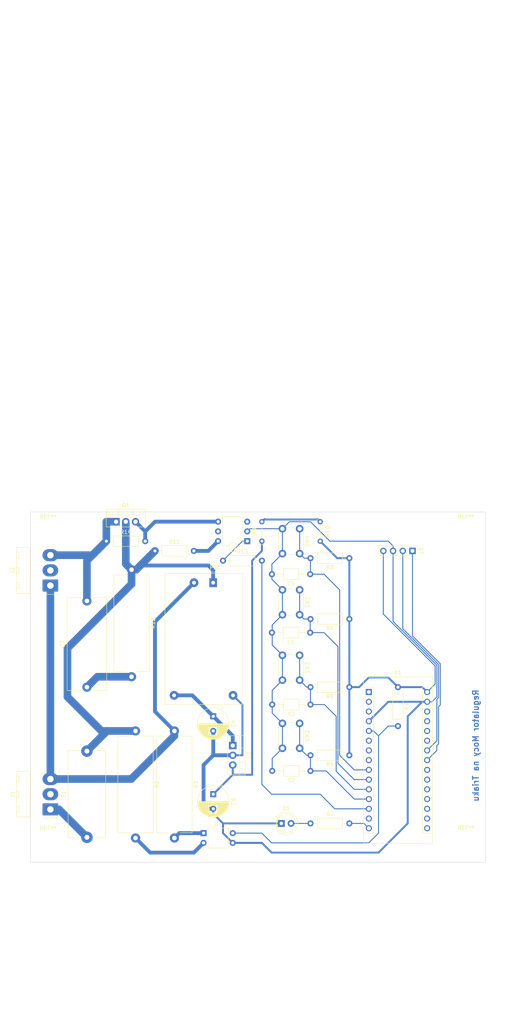
<source format=kicad_pcb>
(kicad_pcb (version 20211014) (generator pcbnew)
  (layers (0 "F.Cu" signal) (31 "B.Cu" signal) (34 "B.Paste" user) (35 "F.Paste" user) (36 "B.SilkS" user "B.Silkscreen") (37 "F.SilkS" user "F.Silkscreen") (38 "B.Mask" user) (39 "F.Mask" user) (44 "Edge.Cuts" user))
  (net 0 "")
  (net 4 "GND")
  (net 5 "Opto")
  (net 9 "x")
  (net 10 "push up")
  (net 11 "save")
  (net 12 "push dwn")
  (net 13 "Tyr")
  (net 22 "A4")
  (net 23 "A5")
  (net 28 "+5V")
  (net 29 "Net-(C4-Pad1)")
  (net 30 "Net-(C6-Pad1)")
  (net 31 "Net-(D1-Pad2)")
  (net 32 "Net-(F1-Pad1)")
  (net 33 "Net-(F1-Pad2)")
  (net 36 "Net-(Q1-Pad3)")
  (net 37 "Net-(R3-Pad2)")
  (net 40 "D12")
  (net 41 "Net-(C7-Pad1)")
  (net 42 "Net-(J1-Pad3)")
  (net 43 "Net-(C7-Pad2)")
  (net 44 "Net-(R2-Pad2)")
  (net 45 "Net-(R10-Pad1)")
  (net 46 "Net-(R11-Pad2)")
  (net 47 "Net-(R13-Pad1)")
  (footprint "Connector_PinHeader_2.54mm:PinHeader_1x04_P2.54mm_Vertical" (layer "F.Cu") (at 138.42 38.1 -90)
    (fp_text reference "J3" (at 0 -2.33 90) (layer "F.SilkS"))
    (fp_text value "Conn_01x04_Female")
    (pad "1" thru_hole rect (at 0 0 270) (size 1.7 1.7) (drill 1) (layers *.Cu *.Mask) (net 22 "A4"))
    (pad "2" thru_hole oval (at 0 2.54 270) (size 1.7 1.7) (drill 1) (layers *.Cu *.Mask) (net 23 "A5"))
    (pad "3" thru_hole oval (at 0 5.08 270) (size 1.7 1.7) (drill 1) (layers *.Cu *.Mask) (net 4 "GND"))
    (pad "4" thru_hole oval (at 0 7.62 270) (size 1.7 1.7) (drill 1) (layers *.Cu *.Mask) (net 28 "+5V"))
  )
  (footprint "Resistor_THT:R_Axial_DIN0207_L6.3mm_D2.5mm_P10.16mm_Horizontal" (layer "F.Cu") (at 58.42 35.56)
    (fp_text reference "R14" (at 5.08 -2.37) (layer "F.SilkS"))
    (fp_text value "330")
    (pad "1" thru_hole circle (at 0 0) (size 1.6 1.6) (drill 0.8) (layers *.Cu *.Mask) (net 43 "Net-(C7-Pad2)"))
    (pad "2" thru_hole oval (at 10.16 0) (size 1.6 1.6) (drill 0.8) (layers *.Cu *.Mask) (net 36 "Net-(Q1-Pad3)"))
  )
  (footprint "Resistor_THT:R_Axial_DIN0204_L3.6mm_D1.6mm_P5.08mm_Vertical" (layer "F.Cu") (at 114.3 30.48 -90)
    (fp_text reference "R10" (at 2.54 -1.92 90) (layer "F.SilkS"))
    (fp_text value "zworka")
    (pad "1" thru_hole circle (at 0 0 270) (size 1.4 1.4) (drill 0.7) (layers *.Cu *.Mask) (net 45 "Net-(R10-Pad1)"))
    (pad "2" thru_hole oval (at 5.08 0 270) (size 1.4 1.4) (drill 0.7) (layers *.Cu *.Mask) (net 28 "+5V"))
  )
  (footprint "Resistor_THT:R_Axial_Power_L25.0mm_W9.0mm_P27.94mm" (layer "F.Cu") (at 65 43 -90)
    (fp_text reference "R12" (at 13.97 -5.62 90) (layer "F.SilkS"))
    (fp_text value "39")
    (pad "1" thru_hole circle (at 0 0 270) (size 2.4 2.4) (drill 1.2) (layers *.Cu *.Mask) (net 33 "Net-(F1-Pad2)"))
    (pad "2" thru_hole oval (at 27.94 0 270) (size 2.4 2.4) (drill 1.2) (layers *.Cu *.Mask) (net 41 "Net-(C7-Pad1)"))
  )
  (footprint "Resistor_THT:R_Axial_DIN0207_L6.3mm_D2.5mm_P10.16mm_Horizontal" (layer "F.Cu") (at 121.92 55.88 180)
    (fp_text reference "R1" (at 5.08 -2.37) (layer "F.SilkS"))
    (fp_text value "10k")
    (pad "1" thru_hole circle (at 0 0 180) (size 1.6 1.6) (drill 0.8) (layers *.Cu *.Mask) (net 28 "+5V"))
    (pad "2" thru_hole oval (at 10.16 0 180) (size 1.6 1.6) (drill 0.8) (layers *.Cu *.Mask) (net 10 "push up"))
  )
  (footprint "Package_TO_SOT_THT:TO-220-3_Vertical" (layer "F.Cu") (at 60.96 30.48)
    (fp_text reference "Q1" (at 2.54 -4.27) (layer "F.SilkS"))
    (fp_text value "BT138-600")
    (pad "1" thru_hole rect (at 0 0) (size 1.905 2) (drill 1.1) (layers *.Cu *.Mask) (net 43 "Net-(C7-Pad2)"))
    (pad "2" thru_hole oval (at 2.54 0) (size 1.905 2) (drill 1.1) (layers *.Cu *.Mask) (net 33 "Net-(F1-Pad2)"))
    (pad "3" thru_hole oval (at 5.08 0) (size 1.905 2) (drill 1.1) (layers *.Cu *.Mask) (net 36 "Net-(Q1-Pad3)"))
  )
  (footprint "MountingHole:MountingHole_3.2mm_M3_DIN965" (layer "F.Cu") (at 43.18 33.02)
    (fp_text reference "REF**" (at 0 -3.8) (layer "F.SilkS"))
    (fp_text value "MountingHole_3.2mm_M3_DIN965")
    (pad "" np_thru_hole circle (at 0 0) (size 3.2 3.2) (drill 3.2) (layers *.Cu *.Mask))
  )
  (footprint "Resistor_THT:R_Axial_DIN0207_L6.3mm_D2.5mm_P10.16mm_Horizontal" (layer "F.Cu") (at 88.9 40.64)
    (fp_text reference "R13" (at 5.08 -2.37) (layer "F.SilkS"))
    (fp_text value "330")
    (pad "1" thru_hole circle (at 0 0) (size 1.6 1.6) (drill 0.8) (layers *.Cu *.Mask) (net 47 "Net-(R13-Pad1)"))
    (pad "2" thru_hole oval (at 10.16 0) (size 1.6 1.6) (drill 0.8) (layers *.Cu *.Mask) (net 13 "Tyr"))
  )
  (footprint "Capacitor_THT:C_Rect_L24.0mm_W10.1mm_P22.50mm_MKT" (layer "F.Cu") (at 53.34 73.66 90)
    (fp_text reference "C7" (at 11.25 -6.3 90) (layer "F.SilkS"))
    (fp_text value "0.01")
    (pad "1" thru_hole circle (at 0 0 90) (size 2.4 2.4) (drill 1.2) (layers *.Cu *.Mask) (net 41 "Net-(C7-Pad1)"))
    (pad "2" thru_hole circle (at 22.5 0 90) (size 2.4 2.4) (drill 1.2) (layers *.Cu *.Mask) (net 43 "Net-(C7-Pad2)"))
  )
  (footprint "Resistor_THT:R_Axial_DIN0207_L6.3mm_D2.5mm_P10.16mm_Horizontal" (layer "F.Cu") (at 71.12 38.1)
    (fp_text reference "R11" (at 5.08 -2.37) (layer "F.SilkS"))
    (fp_text value "360")
    (pad "1" thru_hole circle (at 0 0) (size 1.6 1.6) (drill 0.8) (layers *.Cu *.Mask) (net 33 "Net-(F1-Pad2)"))
    (pad "2" thru_hole oval (at 10.16 0) (size 1.6 1.6) (drill 0.8) (layers *.Cu *.Mask) (net 46 "Net-(R11-Pad2)"))
  )
  (footprint "Converter_ACDC:Converter_ACDC_HiLink_HLK-PMxx" (layer "F.Cu") (at 86.32 46.3975 -90)
    (fp_text reference "PS1" (at -3.94 -0.55) (layer "F.SilkS"))
    (fp_text value "HLK-PM12")
    (pad "1" thru_hole rect (at 0 0 270) (size 2.3 2) (drill 1) (layers *.Cu *.Mask) (net 33 "Net-(F1-Pad2)"))
    (pad "2" thru_hole circle (at 0 5 270) (size 2.3 2.3) (drill 1) (layers *.Cu *.Mask) (net 42 "Net-(J1-Pad3)"))
    (pad "3" thru_hole circle (at 29.4 -5.2 270) (size 2.3 2.3) (drill 1) (layers *.Cu *.Mask) (net 4 "GND"))
    (pad "4" thru_hole circle (at 29.4 10.2 270) (size 2.3 2.3) (drill 1) (layers *.Cu *.Mask) (net 29 "Net-(C4-Pad1)"))
  )
  (footprint "Capacitor_THT:C_Axial_L3.8mm_D2.6mm_P10.00mm_Horizontal" (layer "F.Cu") (at 111.76 78.2 180)
    (fp_text reference "C3" (at 5 -2.42) (layer "F.SilkS"))
    (fp_text value "100n")
    (pad "1" thru_hole circle (at 0 0 180) (size 1.6 1.6) (drill 0.8) (layers *.Cu *.Mask) (net 11 "save"))
    (pad "2" thru_hole oval (at 10 0 180) (size 1.6 1.6) (drill 0.8) (layers *.Cu *.Mask) (net 4 "GND"))
  )
  (footprint "Capacitor_THT:C_Axial_L3.8mm_D2.6mm_P10.00mm_Horizontal" (layer "F.Cu") (at 111.76 95.52 180)
    (fp_text reference "C2" (at 5 -2.42) (layer "F.SilkS"))
    (fp_text value "100n")
    (pad "1" thru_hole circle (at 0 0 180) (size 1.6 1.6) (drill 0.8) (layers *.Cu *.Mask) (net 12 "push dwn"))
    (pad "2" thru_hole oval (at 10 0 180) (size 1.6 1.6) (drill 0.8) (layers *.Cu *.Mask) (net 4 "GND"))
  )
  (footprint "Capacitor_THT:CP_Radial_D8.0mm_P3.80mm" (layer "F.Cu") (at 86.36 101.6 -90)
    (fp_text reference "C6" (at 1.9 -5.25 90) (layer "F.SilkS"))
    (fp_text value "C_Polarized")
    (pad "1" thru_hole rect (at 0 0 270) (size 1.6 1.6) (drill 0.8) (layers *.Cu *.Mask) (net 30 "Net-(C6-Pad1)"))
    (pad "2" thru_hole circle (at 3.8 0 270) (size 1.6 1.6) (drill 0.8) (layers *.Cu *.Mask) (net 4 "GND"))
  )
  (footprint "MountingHole:MountingHole_3.2mm_M3_DIN965" (layer "F.Cu") (at 43.18 114.3)
    (fp_text reference "REF**" (at 0 -3.8) (layer "F.SilkS"))
    (fp_text value "MountingHole_3.2mm_M3_DIN965")
    (pad "" np_thru_hole circle (at 0 0) (size 3.2 3.2) (drill 3.2) (layers *.Cu *.Mask))
  )
  (footprint "Package_DIP:DIP-4_W7.62mm" (layer "F.Cu") (at 83.82 111.76)
    (fp_text reference "U1" (at 3.81 -2.33) (layer "F.SilkS"))
    (fp_text value "PC817")
    (pad "1" thru_hole rect (at 0 0) (size 1.6 1.6) (drill 0.8) (layers *.Cu *.Mask) (net 37 "Net-(R3-Pad2)"))
    (pad "2" thru_hole oval (at 0 2.54) (size 1.6 1.6) (drill 0.8) (layers *.Cu *.Mask) (net 44 "Net-(R2-Pad2)"))
    (pad "3" thru_hole oval (at 7.62 2.54) (size 1.6 1.6) (drill 0.8) (layers *.Cu *.Mask) (net 4 "GND"))
    (pad "4" thru_hole oval (at 7.62 0) (size 1.6 1.6) (drill 0.8) (layers *.Cu *.Mask) (net 5 "Opto"))
  )
  (footprint "Connector_Molex:Molex_KK-396_A-41792-0003_1x03_P3.96mm_Horizontal" (layer "F.Cu") (at 43.795 105.56 90)
    (fp_text reference "J1" (at 3.96 -9.91 90) (layer "F.SilkS"))
    (fp_text value "Conn_01x03_Female")
    (pad "1" thru_hole roundrect (at 0 0 90) (size 3.16 4.1) (drill 1.7) (layers *.Cu *.Mask) (roundrect_rratio 0.079114) (net 32 "Net-(F1-Pad1)"))
    (pad "2" thru_hole oval (at 3.96 0 90) (size 3.16 4.1) (drill 1.7) (layers *.Cu *.Mask))
    (pad "3" thru_hole oval (at 7.92 0 90) (size 3.16 4.1) (drill 1.7) (layers *.Cu *.Mask) (net 42 "Net-(J1-Pad3)"))
  )
  (footprint "Button_Switch_THT:SW_PUSH_6mm_H7.3mm" (layer "F.Cu") (at 108.93 32.31 -90)
    (fp_text reference "SW4" (at 3.25 -2 90) (layer "F.SilkS"))
    (fp_text value "SW_Push_Dual")
    (pad "1" thru_hole circle (at 0 0) (size 2 2) (drill 1.1) (layers *.Cu *.Mask) (net 9 "x"))
    (pad "1" thru_hole circle (at 6.5 0) (size 2 2) (drill 1.1) (layers *.Cu *.Mask) (net 9 "x"))
    (pad "2" thru_hole circle (at 0 4.5) (size 2 2) (drill 1.1) (layers *.Cu *.Mask) (net 4 "GND"))
    (pad "2" thru_hole circle (at 6.5 4.5) (size 2 2) (drill 1.1) (layers *.Cu *.Mask) (net 4 "GND"))
  )
  (footprint "Button_Switch_THT:SW_PUSH_6mm_H7.3mm" (layer "F.Cu") (at 108.93 65.33 -90)
    (fp_text reference "SW3" (at 3.25 -2 90) (layer "F.SilkS"))
    (fp_text value "SW_Push_Dual")
    (pad "1" thru_hole circle (at 0 0) (size 2 2) (drill 1.1) (layers *.Cu *.Mask) (net 11 "save"))
    (pad "1" thru_hole circle (at 6.5 0) (size 2 2) (drill 1.1) (layers *.Cu *.Mask) (net 11 "save"))
    (pad "2" thru_hole circle (at 0 4.5) (size 2 2) (drill 1.1) (layers *.Cu *.Mask) (net 4 "GND"))
    (pad "2" thru_hole circle (at 6.5 4.5) (size 2 2) (drill 1.1) (layers *.Cu *.Mask) (net 4 "GND"))
  )
  (footprint "Fuse:Fuseholder_Cylinder-5x20mm_Schurter_0031_8201_Horizontal_Open" (layer "F.Cu") (at 53.34 112.85 90)
    (fp_text reference "F1" (at 11.25 -6 90) (layer "F.SilkS"))
    (fp_text value "Fuse")
    (pad "" np_thru_hole circle (at 11.25 0 90) (size 2.7 2.7) (drill 2.7) (layers *.Cu *.Mask))
    (pad "1" thru_hole circle (at 0 0 90) (size 3 3) (drill 1.3) (layers *.Cu *.Mask) (net 32 "Net-(F1-Pad1)"))
    (pad "2" thru_hole circle (at 22.5 0 90) (size 3 3) (drill 1.3) (layers *.Cu *.Mask) (net 33 "Net-(F1-Pad2)"))
  )
  (footprint "LED_THT:LED_D5.0mm" (layer "F.Cu") (at 104.14 109.22)
    (fp_text reference "D1" (at 1.27 -3.96) (layer "F.SilkS"))
    (fp_text value "LED")
    (pad "1" thru_hole rect (at 0 0) (size 1.8 1.8) (drill 0.9) (layers *.Cu *.Mask) (net 4 "GND"))
    (pad "2" thru_hole circle (at 2.54 0) (size 1.8 1.8) (drill 0.9) (layers *.Cu *.Mask) (net 31 "Net-(D1-Pad2)"))
  )
  (footprint "Package_DIP:DIP-6_W7.62mm" (layer "F.Cu") (at 95.24 35.545 180)
    (fp_text reference "U3" (at 3.81 -2.33) (layer "F.SilkS"))
    (fp_text value "MOC3041M")
    (pad "1" thru_hole rect (at 0 0 180) (size 1.6 1.6) (drill 0.8) (layers *.Cu *.Mask) (net 47 "Net-(R13-Pad1)"))
    (pad "2" thru_hole oval (at 0 2.54 180) (size 1.6 1.6) (drill 0.8) (layers *.Cu *.Mask) (net 4 "GND"))
    (pad "3" thru_hole oval (at 0 5.08 180) (size 1.6 1.6) (drill 0.8) (layers *.Cu *.Mask))
    (pad "4" thru_hole oval (at 7.62 5.08 180) (size 1.6 1.6) (drill 0.8) (layers *.Cu *.Mask) (net 36 "Net-(Q1-Pad3)"))
    (pad "5" thru_hole oval (at 7.62 2.54 180) (size 1.6 1.6) (drill 0.8) (layers *.Cu *.Mask))
    (pad "6" thru_hole oval (at 7.62 0 180) (size 1.6 1.6) (drill 0.8) (layers *.Cu *.Mask) (net 46 "Net-(R11-Pad2)"))
  )
  (footprint "Package_TO_SOT_THT:TO-220-3_Vertical" (layer "F.Cu") (at 91.44 88.9 -90)
    (fp_text reference "U2" (at 2.54 -4.27 90) (layer "F.SilkS"))
    (fp_text value "LM7805_TO220")
    (pad "1" thru_hole rect (at 0 0 270) (size 1.905 2) (drill 1.1) (layers *.Cu *.Mask) (net 29 "Net-(C4-Pad1)"))
    (pad "2" thru_hole oval (at 2.54 0 270) (size 1.905 2) (drill 1.1) (layers *.Cu *.Mask) (net 4 "GND"))
    (pad "3" thru_hole oval (at 5.08 0 270) (size 1.905 2) (drill 1.1) (layers *.Cu *.Mask) (net 30 "Net-(C6-Pad1)"))
  )
  (footprint "Resistor_THT:R_Axial_DIN0207_L6.3mm_D2.5mm_P10.16mm_Horizontal" (layer "F.Cu") (at 121.92 73.66 180)
    (fp_text reference "R6" (at 5.08 -2.37) (layer "F.SilkS"))
    (fp_text value "10k")
    (pad "1" thru_hole circle (at 0 0 180) (size 1.6 1.6) (drill 0.8) (layers *.Cu *.Mask) (net 28 "+5V"))
    (pad "2" thru_hole oval (at 10.16 0 180) (size 1.6 1.6) (drill 0.8) (layers *.Cu *.Mask) (net 11 "save"))
  )
  (footprint "Connector_Molex:Molex_KK-396_A-41792-0003_1x03_P3.96mm_Horizontal" (layer "F.Cu") (at 43.795 47.14 90)
    (fp_text reference "J2" (at 3.96 -9.91 90) (layer "F.SilkS"))
    (fp_text value "Conn_01x03_Female")
    (pad "1" thru_hole roundrect (at 0 0 90) (size 3.16 4.1) (drill 1.7) (layers *.Cu *.Mask) (roundrect_rratio 0.079114) (net 42 "Net-(J1-Pad3)"))
    (pad "2" thru_hole oval (at 3.96 0 90) (size 3.16 4.1) (drill 1.7) (layers *.Cu *.Mask))
    (pad "3" thru_hole oval (at 7.92 0 90) (size 3.16 4.1) (drill 1.7) (layers *.Cu *.Mask) (net 43 "Net-(C7-Pad2)"))
  )
  (footprint "MountingHole:MountingHole_3.2mm_M3_DIN965" (layer "F.Cu") (at 152.4 33.02)
    (fp_text reference "REF**" (at 0 -3.8) (layer "F.SilkS"))
    (fp_text value "MountingHole_3.2mm_M3_DIN965")
    (pad "" np_thru_hole circle (at 0 0) (size 3.2 3.2) (drill 3.2) (layers *.Cu *.Mask))
  )
  (footprint "Resistor_THT:R_Axial_DIN0207_L6.3mm_D2.5mm_P10.16mm_Horizontal" (layer "F.Cu") (at 134.62 73.66 -90)
    (fp_text reference "R4" (at 5.08 -2.37 90) (layer "F.SilkS"))
    (fp_text value "33k")
    (pad "1" thru_hole circle (at 0 0 270) (size 1.6 1.6) (drill 0.8) (layers *.Cu *.Mask) (net 28 "+5V"))
    (pad "2" thru_hole oval (at 10.16 0 270) (size 1.6 1.6) (drill 0.8) (layers *.Cu *.Mask) (net 5 "Opto"))
  )
  (footprint "Capacitor_THT:C_Axial_L3.8mm_D2.6mm_P10.00mm_Horizontal" (layer "F.Cu") (at 111.68 44.18 180)
    (fp_text reference "C5" (at 5 -2.42) (layer "F.SilkS"))
    (fp_text value "100n")
    (pad "1" thru_hole circle (at 0 0 180) (size 1.6 1.6) (drill 0.8) (layers *.Cu *.Mask) (net 9 "x"))
    (pad "2" thru_hole oval (at 10 0 180) (size 1.6 1.6) (drill 0.8) (layers *.Cu *.Mask) (net 4 "GND"))
  )
  (footprint "MountingHole:MountingHole_3.2mm_M3_DIN965" (layer "F.Cu") (at 152.4 114.2)
    (fp_text reference "REF**" (at 0 -3.8) (layer "F.SilkS"))
    (fp_text value "MountingHole_3.2mm_M3_DIN965")
    (pad "" np_thru_hole circle (at 0 0) (size 3.2 3.2) (drill 3.2) (layers *.Cu *.Mask))
  )
  (footprint "Button_Switch_THT:SW_PUSH_6mm_H7.3mm" (layer "F.Cu") (at 108.93 48.26 -90)
    (fp_text reference "SW1" (at 3.25 -2 90) (layer "F.SilkS"))
    (fp_text value "SW_Push_Dual")
    (pad "1" thru_hole circle (at 6.5 0) (size 2 2) (drill 1.1) (layers *.Cu *.Mask) (net 10 "push up"))
    (pad "1" thru_hole circle (at 0 0) (size 2 2) (drill 1.1) (layers *.Cu *.Mask) (net 10 "push up"))
    (pad "2" thru_hole circle (at 0 4.5) (size 2 2) (drill 1.1) (layers *.Cu *.Mask) (net 4 "GND"))
    (pad "2" thru_hole circle (at 6.5 4.5) (size 2 2) (drill 1.1) (layers *.Cu *.Mask) (net 4 "GND"))
  )
  (footprint "Button_Switch_THT:SW_PUSH_6mm_H7.3mm" (layer "F.Cu") (at 108.93 83.11 -90)
    (fp_text reference "SW2" (at 3.25 -2 90) (layer "F.SilkS"))
    (fp_text value "SW_Push_Dual")
    (pad "1" thru_hole circle (at 6.5 0) (size 2 2) (drill 1.1) (layers *.Cu *.Mask) (net 12 "push dwn"))
    (pad "1" thru_hole circle (at 0 0) (size 2 2) (drill 1.1) (layers *.Cu *.Mask) (net 12 "push dwn"))
    (pad "2" thru_hole circle (at 0 4.5) (size 2 2) (drill 1.1) (layers *.Cu *.Mask) (net 4 "GND"))
    (pad "2" thru_hole circle (at 6.5 4.5) (size 2 2) (drill 1.1) (layers *.Cu *.Mask) (net 4 "GND"))
  )
  (footprint "Capacitor_THT:C_Axial_L3.8mm_D2.6mm_P10.00mm_Horizontal" (layer "F.Cu") (at 111.68 59.42 180)
    (fp_text reference "C1" (at 5 -2.42) (layer "F.SilkS"))
    (fp_text value "100n")
    (pad "1" thru_hole circle (at 0 0 180) (size 1.6 1.6) (drill 0.8) (layers *.Cu *.Mask) (net 10 "push up"))
    (pad "2" thru_hole oval (at 10 0 180) (size 1.6 1.6) (drill 0.8) (layers *.Cu *.Mask) (net 4 "GND"))
  )
  (footprint "Resistor_THT:R_Axial_DIN0207_L6.3mm_D2.5mm_P10.16mm_Horizontal" (layer "F.Cu") (at 121.92 91.44 180)
    (fp_text reference "R5" (at 5.08 -2.37) (layer "F.SilkS"))
    (fp_text value "10k")
    (pad "1" thru_hole circle (at 0 0 180) (size 1.6 1.6) (drill 0.8) (layers *.Cu *.Mask) (net 28 "+5V"))
    (pad "2" thru_hole oval (at 10.16 0 180) (size 1.6 1.6) (drill 0.8) (layers *.Cu *.Mask) (net 12 "push dwn"))
  )
  (footprint "Resistor_THT:R_Axial_DIN0204_L3.6mm_D1.6mm_P5.08mm_Vertical" (layer "F.Cu") (at 99.06 35.56 90)
    (fp_text reference "R9" (at 2.54 -1.92 90) (layer "F.SilkS"))
    (fp_text value "zworka")
    (pad "1" thru_hole circle (at 0 0 90) (size 1.4 1.4) (drill 0.7) (layers *.Cu *.Mask) (net 30 "Net-(C6-Pad1)"))
    (pad "2" thru_hole oval (at 5.08 0 90) (size 1.4 1.4) (drill 0.7) (layers *.Cu *.Mask) (net 45 "Net-(R10-Pad1)"))
  )
  (footprint "Resistor_THT:R_Axial_DIN0207_L6.3mm_D2.5mm_P10.16mm_Horizontal" (layer "F.Cu") (at 121.92 40 180)
    (fp_text reference "R8" (at 5.08 -2.37) (layer "F.SilkS"))
    (fp_text value "10k")
    (pad "1" thru_hole circle (at 0 0 180) (size 1.6 1.6) (drill 0.8) (layers *.Cu *.Mask) (net 28 "+5V"))
    (pad "2" thru_hole oval (at 10.16 0 180) (size 1.6 1.6) (drill 0.8) (layers *.Cu *.Mask) (net 9 "x"))
  )
  (footprint "Module:Arduino_Nano" (layer "F.Cu") (at 127.01 74.93)
    (fp_text reference "A1" (at 7.62 -5.08) (layer "F.SilkS"))
    (fp_text value "Arduino_Nano_Every")
    (pad "1" thru_hole rect (at 0 0) (size 1.6 1.6) (drill 1) (layers *.Cu *.Mask))
    (pad "2" thru_hole oval (at 0 2.54) (size 1.6 1.6) (drill 1) (layers *.Cu *.Mask))
    (pad "3" thru_hole oval (at 0 5.08) (size 1.6 1.6) (drill 1) (layers *.Cu *.Mask))
    (pad "4" thru_hole oval (at 0 7.62) (size 1.6 1.6) (drill 1) (layers *.Cu *.Mask) (net 4 "GND"))
    (pad "5" thru_hole oval (at 0 10.16) (size 1.6 1.6) (drill 1) (layers *.Cu *.Mask) (net 5 "Opto"))
    (pad "6" thru_hole oval (at 0 12.7) (size 1.6 1.6) (drill 1) (layers *.Cu *.Mask))
    (pad "7" thru_hole oval (at 0 15.24) (size 1.6 1.6) (drill 1) (layers *.Cu *.Mask))
    (pad "8" thru_hole oval (at 0 17.78) (size 1.6 1.6) (drill 1) (layers *.Cu *.Mask))
    (pad "9" thru_hole oval (at 0 20.32) (size 1.6 1.6) (drill 1) (layers *.Cu *.Mask) (net 9 "x"))
    (pad "10" thru_hole oval (at 0 22.86) (size 1.6 1.6) (drill 1) (layers *.Cu *.Mask) (net 10 "push up"))
    (pad "11" thru_hole oval (at 0 25.4) (size 1.6 1.6) (drill 1) (layers *.Cu *.Mask) (net 11 "save"))
    (pad "12" thru_hole oval (at 0 27.94) (size 1.6 1.6) (drill 1) (layers *.Cu *.Mask) (net 12 "push dwn"))
    (pad "13" thru_hole oval (at 0 30.48) (size 1.6 1.6) (drill 1) (layers *.Cu *.Mask) (net 13 "Tyr"))
    (pad "14" thru_hole oval (at 0 33.02) (size 1.6 1.6) (drill 1) (layers *.Cu *.Mask))
    (pad "15" thru_hole oval (at 0 35.56) (size 1.6 1.6) (drill 1) (layers *.Cu *.Mask) (net 40 "D12"))
    (pad "16" thru_hole oval (at 15.24 35.56) (size 1.6 1.6) (drill 1) (layers *.Cu *.Mask))
    (pad "17" thru_hole oval (at 15.24 33.02) (size 1.6 1.6) (drill 1) (layers *.Cu *.Mask))
    (pad "18" thru_hole oval (at 15.24 30.48) (size 1.6 1.6) (drill 1) (layers *.Cu *.Mask))
    (pad "19" thru_hole oval (at 15.24 27.94) (size 1.6 1.6) (drill 1) (layers *.Cu *.Mask))
    (pad "20" thru_hole oval (at 15.24 25.4) (size 1.6 1.6) (drill 1) (layers *.Cu *.Mask))
    (pad "21" thru_hole oval (at 15.24 22.86) (size 1.6 1.6) (drill 1) (layers *.Cu *.Mask))
    (pad "22" thru_hole oval (at 15.24 20.32) (size 1.6 1.6) (drill 1) (layers *.Cu *.Mask))
    (pad "23" thru_hole oval (at 15.24 17.78) (size 1.6 1.6) (drill 1) (layers *.Cu *.Mask) (net 22 "A4"))
    (pad "24" thru_hole oval (at 15.24 15.24) (size 1.6 1.6) (drill 1) (layers *.Cu *.Mask) (net 23 "A5"))
    (pad "25" thru_hole oval (at 15.24 12.7) (size 1.6 1.6) (drill 1) (layers *.Cu *.Mask))
    (pad "26" thru_hole oval (at 15.24 10.16) (size 1.6 1.6) (drill 1) (layers *.Cu *.Mask))
    (pad "27" thru_hole oval (at 15.24 7.62) (size 1.6 1.6) (drill 1) (layers *.Cu *.Mask))
    (pad "28" thru_hole oval (at 15.24 5.08) (size 1.6 1.6) (drill 1) (layers *.Cu *.Mask))
    (pad "29" thru_hole oval (at 15.24 2.54) (size 1.6 1.6) (drill 1) (layers *.Cu *.Mask) (net 4 "GND"))
    (pad "30" thru_hole oval (at 15.24 0) (size 1.6 1.6) (drill 1) (layers *.Cu *.Mask) (net 28 "+5V"))
  )
  (footprint "Resistor_THT:R_Axial_Power_L25.0mm_W9.0mm_P27.94mm" (layer "F.Cu") (at 76.2 85.09 -90)
    (fp_text reference "R3" (at 13.97 -5.62 90) (layer "F.SilkS"))
    (fp_text value "68k")
    (pad "1" thru_hole circle (at 0 0 270) (size 2.4 2.4) (drill 1.2) (layers *.Cu *.Mask) (net 42 "Net-(J1-Pad3)"))
    (pad "2" thru_hole oval (at 27.94 0 270) (size 2.4 2.4) (drill 1.2) (layers *.Cu *.Mask) (net 37 "Net-(R3-Pad2)"))
  )
  (footprint "Capacitor_THT:CP_Radial_D8.0mm_P3.80mm" (layer "F.Cu") (at 86.36 81.28 -90)
    (fp_text reference "C4" (at 1.9 -5.25 90) (layer "F.SilkS"))
    (fp_text value "C_Polarized")
    (pad "1" thru_hole rect (at 0 0 270) (size 1.6 1.6) (drill 0.8) (layers *.Cu *.Mask) (net 29 "Net-(C4-Pad1)"))
    (pad "2" thru_hole circle (at 3.8 0 270) (size 1.6 1.6) (drill 0.8) (layers *.Cu *.Mask) (net 4 "GND"))
  )
  (footprint "Resistor_THT:R_Axial_Power_L25.0mm_W9.0mm_P27.94mm" (layer "F.Cu") (at 66.04 85.09 -90)
    (fp_text reference "R2" (at 13.97 -5.62 90) (layer "F.SilkS"))
    (fp_text value "68k")
    (pad "1" thru_hole circle (at 0 0 270) (size 2.4 2.4) (drill 1.2) (layers *.Cu *.Mask) (net 33 "Net-(F1-Pad2)"))
    (pad "2" thru_hole oval (at 27.94 0 270) (size 2.4 2.4) (drill 1.2) (layers *.Cu *.Mask) (net 44 "Net-(R2-Pad2)"))
  )
  (footprint "Resistor_THT:R_Axial_DIN0207_L6.3mm_D2.5mm_P10.16mm_Horizontal" (layer "F.Cu") (at 111.76 109.22)
    (fp_text reference "R7" (at 5.08 -2.37) (layer "F.SilkS"))
    (fp_text value "OPCJONALNIE")
    (pad "1" thru_hole circle (at 0 0) (size 1.6 1.6) (drill 0.8) (layers *.Cu *.Mask) (net 31 "Net-(D1-Pad2)"))
    (pad "2" thru_hole oval (at 10.16 0) (size 1.6 1.6) (drill 0.8) (layers *.Cu *.Mask) (net 40 "D12"))
  )
  (gr_rect (start 38.6 27.94) (end 157.48 119.38) (layer "Edge.Cuts") (width 0.1) (fill none))
  (gr_text "Regulator Mocy na Triaku" (at 154.94 88.9 90) (layer "B.Cu") (effects (font (size 1.5 1.5) (thickness 0.3)) (justify mirror)))
  (segment (start 86.36 91.44) (end 91.44 91.44) (width 1) (layer "B.Cu") (net 4))
  (segment (start 101.76 77.9) (end 101.76 76.2) (width 0.25) (layer "B.Cu") (net 4))
  (segment (start 101.76 76.2) (end 101.76 74.5) (width 0.25) (layer "B.Cu") (net 4))
  (segment (start 137.16 109.22) (end 137.16 81.28) (width 0.5) (layer "B.Cu") (net 4))
  (segment (start 101.76 95.52) (end 101.76 92.28) (width 0.25) (layer "B.Cu") (net 4))
  (segment (start 101.68 45.51) (end 104.43 48.26) (width 0.25) (layer "B.Cu") (net 4))
  (segment (start 86.36 85.08) (end 86.36 91.44) (width 1) (layer "B.Cu") (net 4))
  (segment (start 101.68 43.18) (end 101.68 45.51) (width 0.25) (layer "B.Cu") (net 4))
  (segment (start 91.52 75.7975) (end 93.98 78.2575) (width 0.5) (layer "B.Cu") (net 4))
  (segment (start 86.36 91.44) (end 83.82 93.98) (width 1) (layer "B.Cu") (net 4))
  (segment (start 130.18 79.38) (end 127.01 82.55) (width 0.5) (layer "B.Cu") (net 4))
  (segment (start 101.76 74.5) (end 104.43 71.83) (width 0.25) (layer "B.Cu") (net 4))
  (segment (start 88.9 111.76) (end 91.44 114.3) (width 0.5) (layer "B.Cu") (net 4))
  (segment (start 104.43 83.11) (end 104.43 89.61) (width 0.25) (layer "B.Cu") (net 4))
  (segment (start 104.43 48.26) (end 104.43 54.76) (width 0.25) (layer "B.Cu") (net 4))
  (segment (start 140.97 77.47) (end 142.25 77.47) (width 0.5) (layer "B.Cu") (net 4))
  (segment (start 111.76 30.48) (end 116.84 35.56) (width 0.25) (layer "B.Cu") (net 4))
  (segment (start 133.34 56.503604) (end 133.34 38.1) (width 0.25) (layer "B.Cu") (net 4))
  (segment (start 129.54 116.84) (end 137.16 109.22) (width 0.5) (layer "B.Cu") (net 4))
  (segment (start 91.44 114.3) (end 99.06 114.3) (width 0.5) (layer "B.Cu") (net 4))
  (segment (start 104.43 65.33) (end 104.43 71.83) (width 0.25) (layer "B.Cu") (net 4))
  (segment (start 142.25 77.47) (end 143.51 77.47) (width 0.25) (layer "B.Cu") (net 4))
  (segment (start 106.26 30.48) (end 111.76 30.48) (width 0.25) (layer "B.Cu") (net 4))
  (segment (start 83.82 93.98) (end 83.82 104.14) (width 1) (layer "B.Cu") (net 4))
  (segment (start 101.68 41.56) (end 101.68 43.18) (width 0.25) (layer "B.Cu") (net 4))
  (segment (start 99.06 114.3) (end 101.6 116.84) (width 0.5) (layer "B.Cu") (net 4))
  (segment (start 101.76 92.28) (end 104.43 89.61) (width 0.25) (layer "B.Cu") (net 4))
  (segment (start 132.09 77.47) (end 130.18 79.38) (width 0.5) (layer "B.Cu") (net 4))
  (segment (start 83.82 104.14) (end 85.08 105.4) (width 1) (layer "B.Cu") (net 4))
  (segment (start 93.98 109.22) (end 104.14 109.22) (width 0.5) (layer "B.Cu") (net 4))
  (segment (start 88.9 109.22) (end 86.36 106.68) (width 0.5) (layer "B.Cu") (net 4))
  (segment (start 101.76 58.42) (end 101.76 62.66) (width 0.25) (layer "B.Cu") (net 4))
  (segment (start 101.76 57.43) (end 101.76 58.42) (width 0.25) (layer "B.Cu") (net 4))
  (segment (start 104.43 38.81) (end 104.43 32.31) (width 0.25) (layer "B.Cu") (net 4))
  (segment (start 104.43 32.31) (end 95.935 32.31) (width 0.25) (layer "B.Cu") (net 4))
  (segment (start 132.08 35.56) (end 133.34 36.82) (width 0.25) (layer "B.Cu") (net 4))
  (segment (start 143.51 77.47) (end 144.78 76.2) (width 0.25) (layer "B.Cu") (net 4))
  (segment (start 104.43 32.31) (end 106.26 30.48) (width 0.25) (layer "B.Cu") (net 4))
  (segment (start 101.6 116.84) (end 129.54 116.84) (width 0.5) (layer "B.Cu") (net 4))
  (segment (start 93.98 91.44) (end 91.44 91.44) (width 0.5) (layer "B.Cu") (net 4))
  (segment (start 101.76 78.2) (end 101.76 80.44) (width 0.25) (layer "B.Cu") (net 4))
  (segment (start 130.82 78.74) (end 130.18 79.38) (width 0.25) (layer "B.Cu") (net 4))
  (segment (start 101.76 62.66) (end 104.43 65.33) (width 0.25) (layer "B.Cu") (net 4))
  (segment (start 137.16 81.28) (end 140.97 77.47) (width 0.5) (layer "B.Cu") (net 4))
  (segment (start 104.43 38.81) (end 101.68 41.56) (width 0.25) (layer "B.Cu") (net 4))
  (segment (start 144.78 76.2) (end 144.78 67.943604) (width 0.25) (layer "B.Cu") (net 4))
  (segment (start 104.43 54.76) (end 101.76 57.43) (width 0.25) (layer "B.Cu") (net 4))
  (segment (start 142.25 77.47) (end 132.09 77.47) (width 0.5) (layer "B.Cu") (net 4))
  (segment (start 116.84 35.56) (end 132.08 35.56) (width 0.25) (layer "B.Cu") (net 4))
  (segment (start 93.98 109.22) (end 88.9 109.22) (width 0.5) (layer "B.Cu") (net 4))
  (segment (start 85.08 105.4) (end 86.36 105.4) (width 1) (layer "B.Cu") (net 4))
  (segment (start 95.935 32.31) (end 95.24 33.005) (width 0.25) (layer "B.Cu") (net 4))
  (segment (start 133.34 36.82) (end 133.34 38.1) (width 0.25) (layer "B.Cu") (net 4))
  (segment (start 101.76 80.44) (end 104.43 83.11) (width 0.25) (layer "B.Cu") (net 4))
  (segment (start 88.9 109.22) (end 88.9 111.76) (width 0.5) (layer "B.Cu") (net 4))
  (segment (start 144.78 67.943604) (end 133.34 56.503604) (width 0.25) (layer "B.Cu") (net 4))
  (segment (start 104.14 108.9) (end 104.14 109.22) (width 0.25) (layer "B.Cu") (net 4))
  (segment (start 93.98 78.2575) (end 93.98 91.44) (width 0.5) (layer "B.Cu") (net 4))
  (segment (start 86.36 106.68) (end 86.36 105.4) (width 0.5) (layer "B.Cu") (net 4))
  (segment (start 132.08 83.82) (end 134.62 83.82) (width 0.25) (layer "B.Cu") (net 5))
  (segment (start 129.54 86.36) (end 132.08 83.82) (width 0.25) (layer "B.Cu") (net 5))
  (segment (start 99.06 111.76) (end 91.44 111.76) (width 0.25) (layer "B.Cu") (net 5))
  (segment (start 129.54 111.76) (end 127 114.3) (width 0.25) (layer "B.Cu") (net 5))
  (segment (start 127.01 85.09) (end 128.27 85.09) (width 0.25) (layer "B.Cu") (net 5))
  (segment (start 128.27 85.09) (end 129.54 86.36) (width 0.25) (layer "B.Cu") (net 5))
  (segment (start 129.54 86.36) (end 129.54 111.76) (width 0.25) (layer "B.Cu") (net 5))
  (segment (start 101.6 114.3) (end 99.06 111.76) (width 0.25) (layer "B.Cu") (net 5))
  (segment (start 127 114.3) (end 101.6 114.3) (width 0.25) (layer "B.Cu") (net 5))
  (segment (start 111.76 40) (end 111.76 44.1) (width 0.25) (layer "B.Cu") (net 9))
  (segment (start 110.12 40) (end 111.76 40) (width 0.25) (layer "B.Cu") (net 9))
  (segment (start 108.93 38.81) (end 110.12 40) (width 0.25) (layer "B.Cu") (net 9))
  (segment (start 123.19 95.25) (end 127.01 95.25) (width 0.25) (layer "B.Cu") (net 9))
  (segment (start 111.76 44.1) (end 111.68 44.18) (width 0.25) (layer "B.Cu") (net 9))
  (segment (start 119.38 48.26) (end 119.38 91.44) (width 0.25) (layer "B.Cu") (net 9))
  (segment (start 119.38 91.44) (end 123.19 95.25) (width 0.25) (layer "B.Cu") (net 9))
  (segment (start 111.68 44.18) (end 115.3 44.18) (width 0.25) (layer "B.Cu") (net 9))
  (segment (start 115.3 44.18) (end 119.38 48.26) (width 0.25) (layer "B.Cu") (net 9))
  (segment (start 108.93 32.31) (end 108.93 38.81) (width 0.25) (layer "B.Cu") (net 9))
  (segment (start 108.93 48.26) (end 108.93 54.76) (width 0.25) (layer "B.Cu") (net 10))
  (segment (start 123.19 97.79) (end 127.01 97.79) (width 0.25) (layer "B.Cu") (net 10))
  (segment (start 111.68 55.96) (end 111.76 55.88) (width 0.25) (layer "B.Cu") (net 10))
  (segment (start 118.93 63.05) (end 118.93 93.53) (width 0.25) (layer "B.Cu") (net 10))
  (segment (start 111.68 59.42) (end 111.68 55.96) (width 0.25) (layer "B.Cu") (net 10))
  (segment (start 108.93 54.76) (end 110.05 55.88) (width 0.25) (layer "B.Cu") (net 10))
  (segment (start 111.68 59.42) (end 115.3 59.42) (width 0.25) (layer "B.Cu") (net 10))
  (segment (start 115.3 59.42) (end 118.93 63.05) (width 0.25) (layer "B.Cu") (net 10))
  (segment (start 110.05 55.88) (end 111.76 55.88) (width 0.25) (layer "B.Cu") (net 10))
  (segment (start 118.93 93.53) (end 123.19 97.79) (width 0.25) (layer "B.Cu") (net 10))
  (segment (start 123.19 100.33) (end 127.01 100.33) (width 0.25) (layer "B.Cu") (net 11))
  (segment (start 115.4 78.2) (end 118.48 81.28) (width 0.25) (layer "B.Cu") (net 11))
  (segment (start 118.48 81.28) (end 118.48 95.62) (width 0.25) (layer "B.Cu") (net 11))
  (segment (start 118.48 95.62) (end 123.19 100.33) (width 0.25) (layer "B.Cu") (net 11))
  (segment (start 111.76 78.2) (end 115.4 78.2) (width 0.25) (layer "B.Cu") (net 11))
  (segment (start 108.93 71.83) (end 110.76 73.66) (width 0.25) (layer "B.Cu") (net 11))
  (segment (start 110.76 73.66) (end 111.76 73.66) (width 0.25) (layer "B.Cu") (net 11))
  (segment (start 108.93 71.83) (end 108.93 65.33) (width 0.25) (layer "B.Cu") (net 11))
  (segment (start 111.76 78.2) (end 111.76 73.66) (width 0.25) (layer "B.Cu") (net 11))
  (segment (start 123.19 102.87) (end 127.01 102.87) (width 0.25) (layer "B.Cu") (net 12))
  (segment (start 115.84 95.52) (end 123.19 102.87) (width 0.25) (layer "B.Cu") (net 12))
  (segment (start 108.93 89.61) (end 110.76 91.44) (width 0.25) (layer "B.Cu") (net 12))
  (segment (start 111.76 95.52) (end 115.84 95.52) (width 0.25) (layer "B.Cu") (net 12))
  (segment (start 108.93 83.11) (end 108.93 89.61) (width 0.25) (layer "B.Cu") (net 12))
  (segment (start 110.76 91.44) (end 111.76 91.44) (width 0.25) (layer "B.Cu") (net 12))
  (segment (start 111.76 95.52) (end 111.76 91.44) (width 0.25) (layer "B.Cu") (net 12))
  (segment (start 99.06 40.64) (end 99.06 99.06) (width 0.25) (layer "B.Cu") (net 13))
  (segment (start 114.3 101.6) (end 118.11 105.41) (width 0.25) (layer "B.Cu") (net 13))
  (segment (start 101.6 101.6) (end 114.3 101.6) (width 0.25) (layer "B.Cu") (net 13))
  (segment (start 118.11 105.41) (end 127.01 105.41) (width 0.25) (layer "B.Cu") (net 13))
  (segment (start 99.06 99.06) (end 101.6 101.6) (width 0.25) (layer "B.Cu") (net 13))
  (segment (start 145.68 78.29) (end 145.68 67.570812) (width 0.25) (layer "B.Cu") (net 22))
  (segment (start 145.68 67.570812) (end 138.42 60.310812) (width 0.25) (layer "B.Cu") (net 22))
  (segment (start 144.78 88.9) (end 145.23 88.45) (width 0.25) (layer "B.Cu") (net 22))
  (segment (start 145.23 88.45) (end 145.23 78.74) (width 0.25) (layer "B.Cu") (net 22))
  (segment (start 138.42 60.310812) (end 138.42 38.1) (width 0.25) (layer "B.Cu") (net 22))
  (segment (start 144.78 90.18) (end 144.78 88.9) (width 0.25) (layer "B.Cu") (net 22))
  (segment (start 142.25 92.71) (end 144.78 90.18) (width 0.25) (layer "B.Cu") (net 22))
  (segment (start 145.23 78.74) (end 145.68 78.29) (width 0.25) (layer "B.Cu") (net 22))
  (segment (start 145.23 76.386396) (end 145.23 67.757208) (width 0.25) (layer "B.Cu") (net 23))
  (segment (start 142.25 90.17) (end 144.78 87.64) (width 0.25) (layer "B.Cu") (net 23))
  (segment (start 135.88 58.407208) (end 135.88 38.1) (width 0.25) (layer "B.Cu") (net 23))
  (segment (start 145.23 67.757208) (end 135.88 58.407208) (width 0.25) (layer "B.Cu") (net 23))
  (segment (start 144.78 76.836396) (end 145.23 76.386396) (width 0.25) (layer "B.Cu") (net 23))
  (segment (start 144.78 87.64) (end 144.78 76.836396) (width 0.25) (layer "B.Cu") (net 23))
  (segment (start 134.62 73.66) (end 140.98 73.66) (width 0.5) (layer "B.Cu") (net 28))
  (segment (start 134.62 73.66) (end 132.08 71.12) (width 0.5) (layer "B.Cu") (net 28))
  (segment (start 124.46 73.66) (end 121.92 73.66) (width 0.5) (layer "B.Cu") (net 28))
  (segment (start 114.3 35.56) (end 118.74 40) (width 0.5) (layer "B.Cu") (net 28))
  (segment (start 118.74 40) (end 121.92 40) (width 0.5) (layer "B.Cu") (net 28))
  (segment (start 127 71.12) (end 124.46 73.66) (width 0.5) (layer "B.Cu") (net 28))
  (segment (start 142.25 74.93) (end 144.33 72.85) (width 0.25) (layer "B.Cu") (net 28))
  (segment (start 130.8 54.6) (end 130.8 38.1) (width 0.25) (layer "B.Cu") (net 28))
  (segment (start 132.08 71.12) (end 127 71.12) (width 0.5) (layer "B.Cu") (net 28))
  (segment (start 121.92 40) (end 121.92 55.88) (width 0.5) (layer "B.Cu") (net 28))
  (segment (start 121.92 73.66) (end 121.92 91.44) (width 0.5) (layer "B.Cu") (net 28))
  (segment (start 121.92 73.66) (end 121.92 55.88) (width 0.5) (layer "B.Cu") (net 28))
  (segment (start 144.33 72.85) (end 144.33 68.13) (width 0.25) (layer "B.Cu") (net 28))
  (segment (start 144.33 68.13) (end 130.8 54.6) (width 0.25) (layer "B.Cu") (net 28))
  (segment (start 140.98 73.66) (end 142.25 74.93) (width 0.5) (layer "B.Cu") (net 28))
  (segment (start 80.8775 75.7975) (end 86.36 81.28) (width 1) (layer "B.Cu") (net 29))
  (segment (start 76.12 75.7975) (end 80.8775 75.7975) (width 1) (layer "B.Cu") (net 29))
  (segment (start 86.36 81.28) (end 91.44 86.36) (width 1) (layer "B.Cu") (net 29))
  (segment (start 91.44 86.36) (end 91.44 88.9) (width 1) (layer "B.Cu") (net 29))
  (segment (start 91.44 96.52) (end 86.36 101.6) (width 0.5) (layer "B.Cu") (net 30))
  (segment (start 96.52 40.64) (end 99.06 38.1) (width 0.5) (layer "B.Cu") (net 30))
  (segment (start 96.52 96.52) (end 91.44 96.52) (width 0.5) (layer "B.Cu") (net 30))
  (segment (start 91.44 96.52) (end 91.44 93.98) (width 0.5) (layer "B.Cu") (net 30))
  (segment (start 96.52 96.52) (end 96.52 40.64) (width 0.5) (layer "B.Cu") (net 30))
  (segment (start 99.06 38.1) (end 99.06 35.56) (width 0.5) (layer "B.Cu") (net 30))
  (segment (start 106.68 109.22) (end 111.76 109.22) (width 0.25) (layer "B.Cu") (net 31))
  (segment (start 53.34 112.85) (end 46.05 105.56) (width 2) (layer "B.Cu") (net 32))
  (segment (start 46.05 105.56) (end 43.795 105.56) (width 2) (layer "B.Cu") (net 32))
  (segment (start 65 46.76) (end 48.26 63.5) (width 2) (layer "B.Cu") (net 33))
  (segment (start 63.5 41.5) (end 65 43) (width 2) (layer "B.Cu") (net 33))
  (segment (start 65 43) (end 65 46.76) (width 2) (layer "B.Cu") (net 33))
  (segment (start 85.09 41.91) (end 67.31 41.91) (width 1) (layer "B.Cu") (net 33))
  (segment (start 86.32 43.22) (end 86.36 43.18) (width 1) (layer "B.Cu") (net 33))
  (segment (start 86.32 46.3975) (end 86.32 43.22) (width 1) (layer "B.Cu") (net 33))
  (segment (start 67.31 41.91) (end 71.12 38.1) (width 2) (layer "B.Cu") (net 33))
  (segment (start 63.5 30.48) (end 63.5 41.5) (width 2) (layer "B.Cu") (net 33))
  (segment (start 86.36 43.18) (end 85.09 41.91) (width 1) (layer "B.Cu") (net 33))
  (segment (start 65 43) (end 66.22 43) (width 2) (layer "B.Cu") (net 33))
  (segment (start 58.6 85.09) (end 66.04 85.09) (width 2) (layer "B.Cu") (net 33))
  (segment (start 57.15 85.09) (end 50.8 78.74) (width 2) (layer "B.Cu") (net 33))
  (segment (start 48.26 76.2) (end 50.8 78.74) (width 2) (layer "B.Cu") (net 33))
  (segment (start 48.26 63.5) (end 48.26 76.2) (width 2) (layer "B.Cu") (net 33))
  (segment (start 66.22 43) (end 67.31 41.91) (width 2) (layer "B.Cu") (net 33))
  (segment (start 53.34 90.35) (end 58.6 85.09) (width 2) (layer "B.Cu") (net 33))
  (segment (start 58.6 85.09) (end 57.15 85.09) (width 2) (layer "B.Cu") (net 33))
  (segment (start 68.58 33.02) (end 66.04 30.48) (width 1) (layer "B.Cu") (net 36))
  (segment (start 68.58 35.56) (end 68.58 33.02) (width 1) (layer "B.Cu") (net 36))
  (segment (start 68.58 33.02) (end 71.135 30.465) (width 1) (layer "B.Cu") (net 36))
  (segment (start 71.135 30.465) (end 87.62 30.465) (width 1) (layer "B.Cu") (net 36))
  (segment (start 76.2 113.03) (end 77.47 111.76) (width 1) (layer "B.Cu") (net 37))
  (segment (start 77.47 111.76) (end 83.82 111.76) (width 1) (layer "B.Cu") (net 37))
  (segment (start 121.92 109.22) (end 125.74 109.22) (width 0.25) (layer "B.Cu") (net 40))
  (segment (start 125.74 109.22) (end 127.01 110.49) (width 0.25) (layer "B.Cu") (net 40))
  (segment (start 53.34 73.66) (end 56.06 70.94) (width 2) (layer "B.Cu") (net 41))
  (segment (start 56.06 70.94) (end 65 70.94) (width 2) (layer "B.Cu") (net 41))
  (segment (start 64.92 97.64) (end 43.795 97.64) (width 2) (layer "B.Cu") (net 42))
  (segment (start 71.12 56.5975) (end 71.12 80.01) (width 1) (layer "B.Cu") (net 42))
  (segment (start 81.32 46.3975) (end 71.12 56.5975) (width 1) (layer "B.Cu") (net 42))
  (segment (start 43.795 47.14) (end 43.795 97.64) (width 2) (layer "B.Cu") (net 42))
  (segment (start 76.2 85.09) (end 76.2 86.36) (width 2) (layer "B.Cu") (net 42))
  (segment (start 76.2 86.36) (end 64.92 97.64) (width 2) (layer "B.Cu") (net 42))
  (segment (start 71.12 80.01) (end 76.2 85.09) (width 1) (layer "B.Cu") (net 42))
  (segment (start 58.42 35.56) (end 53.34 40.64) (width 2) (layer "B.Cu") (net 43))
  (segment (start 60.96 30.48) (end 58.42 30.48) (width 2) (layer "B.Cu") (net 43))
  (segment (start 53.34 40.64) (end 53.34 51.16) (width 2) (layer "B.Cu") (net 43))
  (segment (start 58.42 35.56) (end 54.76 39.22) (width 2) (layer "B.Cu") (net 43))
  (segment (start 58.42 30.48) (end 58.42 35.56) (width 2) (layer "B.Cu") (net 43))
  (segment (start 54.76 39.22) (end 43.795 39.22) (width 2) (layer "B.Cu") (net 43))
  (segment (start 83.82 114.3) (end 81.28 116.84) (width 1) (layer "B.Cu") (net 44))
  (segment (start 69.85 116.84) (end 66.04 113.03) (width 1) (layer "B.Cu") (net 44))
  (segment (start 81.28 116.84) (end 69.85 116.84) (width 1) (layer "B.Cu") (net 44))
  (segment (start 99.76 29.78) (end 99.06 30.48) (width 0.5) (layer "B.Cu") (net 45))
  (segment (start 99.76 29.78) (end 99.885 29.905) (width 0.5) (layer "B.Cu") (net 45))
  (segment (start 114.3 30.48) (end 113.6 29.78) (width 0.5) (layer "B.Cu") (net 45))
  (segment (start 113.725 29.905) (end 114.3 30.48) (width 0.5) (layer "B.Cu") (net 45))
  (segment (start 99.885 29.905) (end 113.725 29.905) (width 0.5) (layer "B.Cu") (net 45))
  (segment (start 81.28 38.1) (end 85.065 38.1) (width 1) (layer "B.Cu") (net 46))
  (segment (start 85.065 38.1) (end 87.62 35.545) (width 1) (layer "B.Cu") (net 46))
  (segment (start 93.995 35.545) (end 88.9 40.64) (width 0.25) (layer "B.Cu") (net 47))
  (segment (start 95.24 35.545) (end 93.995 35.545) (width 0.25) (layer "B.Cu") (net 47))
)
</source>
